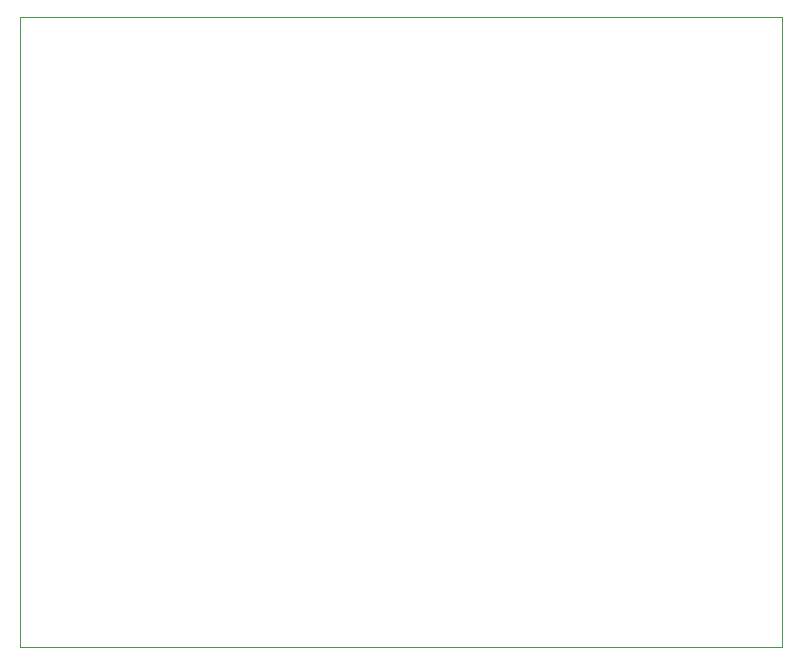
<source format=gko>
G04*
G04 #@! TF.GenerationSoftware,Altium Limited,Altium Designer,21.7.2 (23)*
G04*
G04 Layer_Color=16711935*
%FSLAX44Y44*%
%MOMM*%
G71*
G04*
G04 #@! TF.SameCoordinates,241FE447-49CF-43B9-AE7C-A52FE71AB9A0*
G04*
G04*
G04 #@! TF.FilePolarity,Positive*
G04*
G01*
G75*
%ADD28C,0.1000*%
D28*
X685800Y292100D02*
X1330960D01*
X685800D02*
Y317500D01*
Y825500D01*
X1330960D02*
X1330960Y292100D01*
X685800Y825500D02*
X1330960D01*
M02*

</source>
